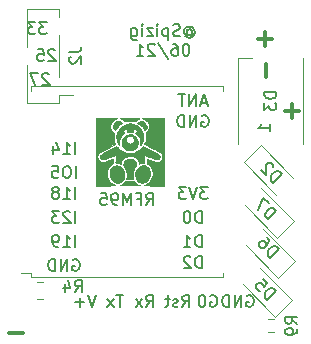
<source format=gbr>
%TF.GenerationSoftware,KiCad,Pcbnew,(5.1.9)-1*%
%TF.CreationDate,2021-06-07T11:13:51+02:00*%
%TF.ProjectId,esp32PicoD4,65737033-3250-4696-936f-44342e6b6963,rev?*%
%TF.SameCoordinates,Original*%
%TF.FileFunction,Legend,Bot*%
%TF.FilePolarity,Positive*%
%FSLAX46Y46*%
G04 Gerber Fmt 4.6, Leading zero omitted, Abs format (unit mm)*
G04 Created by KiCad (PCBNEW (5.1.9)-1) date 2021-06-07 11:13:51*
%MOMM*%
%LPD*%
G01*
G04 APERTURE LIST*
%ADD10C,0.300000*%
%ADD11C,0.150000*%
%ADD12C,0.010000*%
%ADD13C,0.120000*%
G04 APERTURE END LIST*
D10*
X207117142Y-81343428D02*
X207117142Y-80200571D01*
D11*
X200421619Y-77383190D02*
X200469238Y-77335571D01*
X200564476Y-77287952D01*
X200659714Y-77287952D01*
X200754952Y-77335571D01*
X200802571Y-77383190D01*
X200850190Y-77478428D01*
X200850190Y-77573666D01*
X200802571Y-77668904D01*
X200754952Y-77716523D01*
X200659714Y-77764142D01*
X200564476Y-77764142D01*
X200469238Y-77716523D01*
X200421619Y-77668904D01*
X200421619Y-77287952D02*
X200421619Y-77668904D01*
X200374000Y-77716523D01*
X200326380Y-77716523D01*
X200231142Y-77668904D01*
X200183523Y-77573666D01*
X200183523Y-77335571D01*
X200278761Y-77192714D01*
X200421619Y-77097476D01*
X200612095Y-77049857D01*
X200802571Y-77097476D01*
X200945428Y-77192714D01*
X201040666Y-77335571D01*
X201088285Y-77526047D01*
X201040666Y-77716523D01*
X200945428Y-77859380D01*
X200802571Y-77954619D01*
X200612095Y-78002238D01*
X200421619Y-77954619D01*
X200278761Y-77859380D01*
X199802571Y-77811761D02*
X199659714Y-77859380D01*
X199421619Y-77859380D01*
X199326380Y-77811761D01*
X199278761Y-77764142D01*
X199231142Y-77668904D01*
X199231142Y-77573666D01*
X199278761Y-77478428D01*
X199326380Y-77430809D01*
X199421619Y-77383190D01*
X199612095Y-77335571D01*
X199707333Y-77287952D01*
X199754952Y-77240333D01*
X199802571Y-77145095D01*
X199802571Y-77049857D01*
X199754952Y-76954619D01*
X199707333Y-76907000D01*
X199612095Y-76859380D01*
X199374000Y-76859380D01*
X199231142Y-76907000D01*
X198802571Y-77192714D02*
X198802571Y-78192714D01*
X198802571Y-77240333D02*
X198707333Y-77192714D01*
X198516857Y-77192714D01*
X198421619Y-77240333D01*
X198374000Y-77287952D01*
X198326380Y-77383190D01*
X198326380Y-77668904D01*
X198374000Y-77764142D01*
X198421619Y-77811761D01*
X198516857Y-77859380D01*
X198707333Y-77859380D01*
X198802571Y-77811761D01*
X197897809Y-77859380D02*
X197897809Y-77192714D01*
X197897809Y-76859380D02*
X197945428Y-76907000D01*
X197897809Y-76954619D01*
X197850190Y-76907000D01*
X197897809Y-76859380D01*
X197897809Y-76954619D01*
X197516857Y-77192714D02*
X196993047Y-77192714D01*
X197516857Y-77859380D01*
X196993047Y-77859380D01*
X196612095Y-77859380D02*
X196612095Y-77192714D01*
X196612095Y-76859380D02*
X196659714Y-76907000D01*
X196612095Y-76954619D01*
X196564476Y-76907000D01*
X196612095Y-76859380D01*
X196612095Y-76954619D01*
X195707333Y-77192714D02*
X195707333Y-78002238D01*
X195754952Y-78097476D01*
X195802571Y-78145095D01*
X195897809Y-78192714D01*
X196040666Y-78192714D01*
X196135904Y-78145095D01*
X195707333Y-77811761D02*
X195802571Y-77859380D01*
X195993047Y-77859380D01*
X196088285Y-77811761D01*
X196135904Y-77764142D01*
X196183523Y-77668904D01*
X196183523Y-77383190D01*
X196135904Y-77287952D01*
X196088285Y-77240333D01*
X195993047Y-77192714D01*
X195802571Y-77192714D01*
X195707333Y-77240333D01*
X200374000Y-78509380D02*
X200278761Y-78509380D01*
X200183523Y-78557000D01*
X200135904Y-78604619D01*
X200088285Y-78699857D01*
X200040666Y-78890333D01*
X200040666Y-79128428D01*
X200088285Y-79318904D01*
X200135904Y-79414142D01*
X200183523Y-79461761D01*
X200278761Y-79509380D01*
X200374000Y-79509380D01*
X200469238Y-79461761D01*
X200516857Y-79414142D01*
X200564476Y-79318904D01*
X200612095Y-79128428D01*
X200612095Y-78890333D01*
X200564476Y-78699857D01*
X200516857Y-78604619D01*
X200469238Y-78557000D01*
X200374000Y-78509380D01*
X199183523Y-78509380D02*
X199374000Y-78509380D01*
X199469238Y-78557000D01*
X199516857Y-78604619D01*
X199612095Y-78747476D01*
X199659714Y-78937952D01*
X199659714Y-79318904D01*
X199612095Y-79414142D01*
X199564476Y-79461761D01*
X199469238Y-79509380D01*
X199278761Y-79509380D01*
X199183523Y-79461761D01*
X199135904Y-79414142D01*
X199088285Y-79318904D01*
X199088285Y-79080809D01*
X199135904Y-78985571D01*
X199183523Y-78937952D01*
X199278761Y-78890333D01*
X199469238Y-78890333D01*
X199564476Y-78937952D01*
X199612095Y-78985571D01*
X199659714Y-79080809D01*
X197945428Y-78461761D02*
X198802571Y-79747476D01*
X197659714Y-78604619D02*
X197612095Y-78557000D01*
X197516857Y-78509380D01*
X197278761Y-78509380D01*
X197183523Y-78557000D01*
X197135904Y-78604619D01*
X197088285Y-78699857D01*
X197088285Y-78795095D01*
X197135904Y-78937952D01*
X197707333Y-79509380D01*
X197088285Y-79509380D01*
X196135904Y-79509380D02*
X196707333Y-79509380D01*
X196421619Y-79509380D02*
X196421619Y-78509380D01*
X196516857Y-78652238D01*
X196612095Y-78747476D01*
X196707333Y-78795095D01*
X202056857Y-83478666D02*
X201580666Y-83478666D01*
X202152095Y-83764380D02*
X201818761Y-82764380D01*
X201485428Y-83764380D01*
X201152095Y-83764380D02*
X201152095Y-82764380D01*
X200580666Y-83764380D01*
X200580666Y-82764380D01*
X200247333Y-82764380D02*
X199675904Y-82764380D01*
X199961619Y-83764380D02*
X199961619Y-82764380D01*
D10*
X185356571Y-102977142D02*
X186499428Y-102977142D01*
X206438571Y-78085142D02*
X207581428Y-78085142D01*
X207010000Y-78656571D02*
X207010000Y-77513714D01*
X208724571Y-84181142D02*
X209867428Y-84181142D01*
X209296000Y-84752571D02*
X209296000Y-83609714D01*
D11*
X201675904Y-84590000D02*
X201771142Y-84542380D01*
X201914000Y-84542380D01*
X202056857Y-84590000D01*
X202152095Y-84685238D01*
X202199714Y-84780476D01*
X202247333Y-84970952D01*
X202247333Y-85113809D01*
X202199714Y-85304285D01*
X202152095Y-85399523D01*
X202056857Y-85494761D01*
X201914000Y-85542380D01*
X201818761Y-85542380D01*
X201675904Y-85494761D01*
X201628285Y-85447142D01*
X201628285Y-85113809D01*
X201818761Y-85113809D01*
X201199714Y-85542380D02*
X201199714Y-84542380D01*
X200628285Y-85542380D01*
X200628285Y-84542380D01*
X200152095Y-85542380D02*
X200152095Y-84542380D01*
X199914000Y-84542380D01*
X199771142Y-84590000D01*
X199675904Y-84685238D01*
X199628285Y-84780476D01*
X199580666Y-84970952D01*
X199580666Y-85113809D01*
X199628285Y-85304285D01*
X199675904Y-85399523D01*
X199771142Y-85494761D01*
X199914000Y-85542380D01*
X200152095Y-85542380D01*
X201652095Y-97480380D02*
X201652095Y-96480380D01*
X201414000Y-96480380D01*
X201271142Y-96528000D01*
X201175904Y-96623238D01*
X201128285Y-96718476D01*
X201080666Y-96908952D01*
X201080666Y-97051809D01*
X201128285Y-97242285D01*
X201175904Y-97337523D01*
X201271142Y-97432761D01*
X201414000Y-97480380D01*
X201652095Y-97480380D01*
X200699714Y-96575619D02*
X200652095Y-96528000D01*
X200556857Y-96480380D01*
X200318761Y-96480380D01*
X200223523Y-96528000D01*
X200175904Y-96575619D01*
X200128285Y-96670857D01*
X200128285Y-96766095D01*
X200175904Y-96908952D01*
X200747333Y-97480380D01*
X200128285Y-97480380D01*
X201652095Y-95702380D02*
X201652095Y-94702380D01*
X201414000Y-94702380D01*
X201271142Y-94750000D01*
X201175904Y-94845238D01*
X201128285Y-94940476D01*
X201080666Y-95130952D01*
X201080666Y-95273809D01*
X201128285Y-95464285D01*
X201175904Y-95559523D01*
X201271142Y-95654761D01*
X201414000Y-95702380D01*
X201652095Y-95702380D01*
X200128285Y-95702380D02*
X200699714Y-95702380D01*
X200414000Y-95702380D02*
X200414000Y-94702380D01*
X200509238Y-94845238D01*
X200604476Y-94940476D01*
X200699714Y-94988095D01*
X201652095Y-93670380D02*
X201652095Y-92670380D01*
X201414000Y-92670380D01*
X201271142Y-92718000D01*
X201175904Y-92813238D01*
X201128285Y-92908476D01*
X201080666Y-93098952D01*
X201080666Y-93241809D01*
X201128285Y-93432285D01*
X201175904Y-93527523D01*
X201271142Y-93622761D01*
X201414000Y-93670380D01*
X201652095Y-93670380D01*
X200461619Y-92670380D02*
X200366380Y-92670380D01*
X200271142Y-92718000D01*
X200223523Y-92765619D01*
X200175904Y-92860857D01*
X200128285Y-93051333D01*
X200128285Y-93289428D01*
X200175904Y-93479904D01*
X200223523Y-93575142D01*
X200271142Y-93622761D01*
X200366380Y-93670380D01*
X200461619Y-93670380D01*
X200556857Y-93622761D01*
X200604476Y-93575142D01*
X200652095Y-93479904D01*
X200699714Y-93289428D01*
X200699714Y-93051333D01*
X200652095Y-92860857D01*
X200604476Y-92765619D01*
X200556857Y-92718000D01*
X200461619Y-92670380D01*
X202152095Y-90638380D02*
X201533047Y-90638380D01*
X201866380Y-91019333D01*
X201723523Y-91019333D01*
X201628285Y-91066952D01*
X201580666Y-91114571D01*
X201533047Y-91209809D01*
X201533047Y-91447904D01*
X201580666Y-91543142D01*
X201628285Y-91590761D01*
X201723523Y-91638380D01*
X202009238Y-91638380D01*
X202104476Y-91590761D01*
X202152095Y-91543142D01*
X201247333Y-90638380D02*
X200914000Y-91638380D01*
X200580666Y-90638380D01*
X200342571Y-90638380D02*
X199723523Y-90638380D01*
X200056857Y-91019333D01*
X199914000Y-91019333D01*
X199818761Y-91066952D01*
X199771142Y-91114571D01*
X199723523Y-91209809D01*
X199723523Y-91447904D01*
X199771142Y-91543142D01*
X199818761Y-91590761D01*
X199914000Y-91638380D01*
X200199714Y-91638380D01*
X200294952Y-91590761D01*
X200342571Y-91543142D01*
X190753904Y-96782000D02*
X190849142Y-96734380D01*
X190992000Y-96734380D01*
X191134857Y-96782000D01*
X191230095Y-96877238D01*
X191277714Y-96972476D01*
X191325333Y-97162952D01*
X191325333Y-97305809D01*
X191277714Y-97496285D01*
X191230095Y-97591523D01*
X191134857Y-97686761D01*
X190992000Y-97734380D01*
X190896761Y-97734380D01*
X190753904Y-97686761D01*
X190706285Y-97639142D01*
X190706285Y-97305809D01*
X190896761Y-97305809D01*
X190277714Y-97734380D02*
X190277714Y-96734380D01*
X189706285Y-97734380D01*
X189706285Y-96734380D01*
X189230095Y-97734380D02*
X189230095Y-96734380D01*
X188992000Y-96734380D01*
X188849142Y-96782000D01*
X188753904Y-96877238D01*
X188706285Y-96972476D01*
X188658666Y-97162952D01*
X188658666Y-97305809D01*
X188706285Y-97496285D01*
X188753904Y-97591523D01*
X188849142Y-97686761D01*
X188992000Y-97734380D01*
X189230095Y-97734380D01*
X190944380Y-95702380D02*
X190944380Y-94702380D01*
X189944380Y-95702380D02*
X190515809Y-95702380D01*
X190230095Y-95702380D02*
X190230095Y-94702380D01*
X190325333Y-94845238D01*
X190420571Y-94940476D01*
X190515809Y-94988095D01*
X189468190Y-95702380D02*
X189277714Y-95702380D01*
X189182476Y-95654761D01*
X189134857Y-95607142D01*
X189039619Y-95464285D01*
X188992000Y-95273809D01*
X188992000Y-94892857D01*
X189039619Y-94797619D01*
X189087238Y-94750000D01*
X189182476Y-94702380D01*
X189372952Y-94702380D01*
X189468190Y-94750000D01*
X189515809Y-94797619D01*
X189563428Y-94892857D01*
X189563428Y-95130952D01*
X189515809Y-95226190D01*
X189468190Y-95273809D01*
X189372952Y-95321428D01*
X189182476Y-95321428D01*
X189087238Y-95273809D01*
X189039619Y-95226190D01*
X188992000Y-95130952D01*
X190944380Y-93670380D02*
X190944380Y-92670380D01*
X190515809Y-92765619D02*
X190468190Y-92718000D01*
X190372952Y-92670380D01*
X190134857Y-92670380D01*
X190039619Y-92718000D01*
X189992000Y-92765619D01*
X189944380Y-92860857D01*
X189944380Y-92956095D01*
X189992000Y-93098952D01*
X190563428Y-93670380D01*
X189944380Y-93670380D01*
X189611047Y-92670380D02*
X188992000Y-92670380D01*
X189325333Y-93051333D01*
X189182476Y-93051333D01*
X189087238Y-93098952D01*
X189039619Y-93146571D01*
X188992000Y-93241809D01*
X188992000Y-93479904D01*
X189039619Y-93575142D01*
X189087238Y-93622761D01*
X189182476Y-93670380D01*
X189468190Y-93670380D01*
X189563428Y-93622761D01*
X189611047Y-93575142D01*
X190944380Y-91638380D02*
X190944380Y-90638380D01*
X189944380Y-91638380D02*
X190515809Y-91638380D01*
X190230095Y-91638380D02*
X190230095Y-90638380D01*
X190325333Y-90781238D01*
X190420571Y-90876476D01*
X190515809Y-90924095D01*
X189372952Y-91066952D02*
X189468190Y-91019333D01*
X189515809Y-90971714D01*
X189563428Y-90876476D01*
X189563428Y-90828857D01*
X189515809Y-90733619D01*
X189468190Y-90686000D01*
X189372952Y-90638380D01*
X189182476Y-90638380D01*
X189087238Y-90686000D01*
X189039619Y-90733619D01*
X188992000Y-90828857D01*
X188992000Y-90876476D01*
X189039619Y-90971714D01*
X189087238Y-91019333D01*
X189182476Y-91066952D01*
X189372952Y-91066952D01*
X189468190Y-91114571D01*
X189515809Y-91162190D01*
X189563428Y-91257428D01*
X189563428Y-91447904D01*
X189515809Y-91543142D01*
X189468190Y-91590761D01*
X189372952Y-91638380D01*
X189182476Y-91638380D01*
X189087238Y-91590761D01*
X189039619Y-91543142D01*
X188992000Y-91447904D01*
X188992000Y-91257428D01*
X189039619Y-91162190D01*
X189087238Y-91114571D01*
X189182476Y-91066952D01*
X190992000Y-89860380D02*
X190992000Y-88860380D01*
X190325333Y-88860380D02*
X190134857Y-88860380D01*
X190039619Y-88908000D01*
X189944380Y-89003238D01*
X189896761Y-89193714D01*
X189896761Y-89527047D01*
X189944380Y-89717523D01*
X190039619Y-89812761D01*
X190134857Y-89860380D01*
X190325333Y-89860380D01*
X190420571Y-89812761D01*
X190515809Y-89717523D01*
X190563428Y-89527047D01*
X190563428Y-89193714D01*
X190515809Y-89003238D01*
X190420571Y-88908000D01*
X190325333Y-88860380D01*
X188992000Y-88860380D02*
X189468190Y-88860380D01*
X189515809Y-89336571D01*
X189468190Y-89288952D01*
X189372952Y-89241333D01*
X189134857Y-89241333D01*
X189039619Y-89288952D01*
X188992000Y-89336571D01*
X188944380Y-89431809D01*
X188944380Y-89669904D01*
X188992000Y-89765142D01*
X189039619Y-89812761D01*
X189134857Y-89860380D01*
X189372952Y-89860380D01*
X189468190Y-89812761D01*
X189515809Y-89765142D01*
X190944380Y-87828380D02*
X190944380Y-86828380D01*
X189944380Y-87828380D02*
X190515809Y-87828380D01*
X190230095Y-87828380D02*
X190230095Y-86828380D01*
X190325333Y-86971238D01*
X190420571Y-87066476D01*
X190515809Y-87114095D01*
X189087238Y-87161714D02*
X189087238Y-87828380D01*
X189325333Y-86780761D02*
X189563428Y-87495047D01*
X188944380Y-87495047D01*
X188721904Y-81081619D02*
X188674285Y-81034000D01*
X188579047Y-80986380D01*
X188340952Y-80986380D01*
X188245714Y-81034000D01*
X188198095Y-81081619D01*
X188150476Y-81176857D01*
X188150476Y-81272095D01*
X188198095Y-81414952D01*
X188769523Y-81986380D01*
X188150476Y-81986380D01*
X187817142Y-80986380D02*
X187150476Y-80986380D01*
X187579047Y-81986380D01*
X189229904Y-79049619D02*
X189182285Y-79002000D01*
X189087047Y-78954380D01*
X188848952Y-78954380D01*
X188753714Y-79002000D01*
X188706095Y-79049619D01*
X188658476Y-79144857D01*
X188658476Y-79240095D01*
X188706095Y-79382952D01*
X189277523Y-79954380D01*
X188658476Y-79954380D01*
X187753714Y-78954380D02*
X188229904Y-78954380D01*
X188277523Y-79430571D01*
X188229904Y-79382952D01*
X188134666Y-79335333D01*
X187896571Y-79335333D01*
X187801333Y-79382952D01*
X187753714Y-79430571D01*
X187706095Y-79525809D01*
X187706095Y-79763904D01*
X187753714Y-79859142D01*
X187801333Y-79906761D01*
X187896571Y-79954380D01*
X188134666Y-79954380D01*
X188229904Y-79906761D01*
X188277523Y-79859142D01*
X188515523Y-76668380D02*
X187896476Y-76668380D01*
X188229809Y-77049333D01*
X188086952Y-77049333D01*
X187991714Y-77096952D01*
X187944095Y-77144571D01*
X187896476Y-77239809D01*
X187896476Y-77477904D01*
X187944095Y-77573142D01*
X187991714Y-77620761D01*
X188086952Y-77668380D01*
X188372666Y-77668380D01*
X188467904Y-77620761D01*
X188515523Y-77573142D01*
X187563142Y-76668380D02*
X186944095Y-76668380D01*
X187277428Y-77049333D01*
X187134571Y-77049333D01*
X187039333Y-77096952D01*
X186991714Y-77144571D01*
X186944095Y-77239809D01*
X186944095Y-77477904D01*
X186991714Y-77573142D01*
X187039333Y-77620761D01*
X187134571Y-77668380D01*
X187420285Y-77668380D01*
X187515523Y-77620761D01*
X187563142Y-77573142D01*
X205485904Y-99830000D02*
X205581142Y-99782380D01*
X205724000Y-99782380D01*
X205866857Y-99830000D01*
X205962095Y-99925238D01*
X206009714Y-100020476D01*
X206057333Y-100210952D01*
X206057333Y-100353809D01*
X206009714Y-100544285D01*
X205962095Y-100639523D01*
X205866857Y-100734761D01*
X205724000Y-100782380D01*
X205628761Y-100782380D01*
X205485904Y-100734761D01*
X205438285Y-100687142D01*
X205438285Y-100353809D01*
X205628761Y-100353809D01*
X205009714Y-100782380D02*
X205009714Y-99782380D01*
X204438285Y-100782380D01*
X204438285Y-99782380D01*
X203962095Y-100782380D02*
X203962095Y-99782380D01*
X203724000Y-99782380D01*
X203581142Y-99830000D01*
X203485904Y-99925238D01*
X203438285Y-100020476D01*
X203390666Y-100210952D01*
X203390666Y-100353809D01*
X203438285Y-100544285D01*
X203485904Y-100639523D01*
X203581142Y-100734761D01*
X203724000Y-100782380D01*
X203962095Y-100782380D01*
X202398285Y-99830000D02*
X202493523Y-99782380D01*
X202636380Y-99782380D01*
X202779238Y-99830000D01*
X202874476Y-99925238D01*
X202922095Y-100020476D01*
X202969714Y-100210952D01*
X202969714Y-100353809D01*
X202922095Y-100544285D01*
X202874476Y-100639523D01*
X202779238Y-100734761D01*
X202636380Y-100782380D01*
X202541142Y-100782380D01*
X202398285Y-100734761D01*
X202350666Y-100687142D01*
X202350666Y-100353809D01*
X202541142Y-100353809D01*
X201731619Y-99782380D02*
X201636380Y-99782380D01*
X201541142Y-99830000D01*
X201493523Y-99877619D01*
X201445904Y-99972857D01*
X201398285Y-100163333D01*
X201398285Y-100401428D01*
X201445904Y-100591904D01*
X201493523Y-100687142D01*
X201541142Y-100734761D01*
X201636380Y-100782380D01*
X201731619Y-100782380D01*
X201826857Y-100734761D01*
X201874476Y-100687142D01*
X201922095Y-100591904D01*
X201969714Y-100401428D01*
X201969714Y-100163333D01*
X201922095Y-99972857D01*
X201874476Y-99877619D01*
X201826857Y-99830000D01*
X201731619Y-99782380D01*
X200024952Y-100782380D02*
X200358285Y-100306190D01*
X200596380Y-100782380D02*
X200596380Y-99782380D01*
X200215428Y-99782380D01*
X200120190Y-99830000D01*
X200072571Y-99877619D01*
X200024952Y-99972857D01*
X200024952Y-100115714D01*
X200072571Y-100210952D01*
X200120190Y-100258571D01*
X200215428Y-100306190D01*
X200596380Y-100306190D01*
X199644000Y-100734761D02*
X199548761Y-100782380D01*
X199358285Y-100782380D01*
X199263047Y-100734761D01*
X199215428Y-100639523D01*
X199215428Y-100591904D01*
X199263047Y-100496666D01*
X199358285Y-100449047D01*
X199501142Y-100449047D01*
X199596380Y-100401428D01*
X199644000Y-100306190D01*
X199644000Y-100258571D01*
X199596380Y-100163333D01*
X199501142Y-100115714D01*
X199358285Y-100115714D01*
X199263047Y-100163333D01*
X198929714Y-100115714D02*
X198548761Y-100115714D01*
X198786857Y-99782380D02*
X198786857Y-100639523D01*
X198739238Y-100734761D01*
X198644000Y-100782380D01*
X198548761Y-100782380D01*
X196945238Y-100782380D02*
X197278571Y-100306190D01*
X197516666Y-100782380D02*
X197516666Y-99782380D01*
X197135714Y-99782380D01*
X197040476Y-99830000D01*
X196992857Y-99877619D01*
X196945238Y-99972857D01*
X196945238Y-100115714D01*
X196992857Y-100210952D01*
X197040476Y-100258571D01*
X197135714Y-100306190D01*
X197516666Y-100306190D01*
X196611904Y-100782380D02*
X196088095Y-100115714D01*
X196611904Y-100115714D02*
X196088095Y-100782380D01*
X195000476Y-99782380D02*
X194429047Y-99782380D01*
X194714761Y-100782380D02*
X194714761Y-99782380D01*
X194190952Y-100782380D02*
X193667142Y-100115714D01*
X194190952Y-100115714D02*
X193667142Y-100782380D01*
X192722380Y-99782380D02*
X192389047Y-100782380D01*
X192055714Y-99782380D01*
X191722380Y-100401428D02*
X190960476Y-100401428D01*
X191341428Y-100782380D02*
X191341428Y-100020476D01*
D12*
%TO.C,G\u002A\u002A\u002A*%
G36*
X195567300Y-84788498D02*
G01*
X195363799Y-84789268D01*
X195180202Y-84790986D01*
X195021720Y-84793522D01*
X194893566Y-84796746D01*
X194800951Y-84800531D01*
X194749085Y-84804746D01*
X194741965Y-84808932D01*
X194897065Y-84876770D01*
X195031296Y-84974991D01*
X195061851Y-85005779D01*
X195114079Y-85057792D01*
X195152799Y-85076943D01*
X195195898Y-85070309D01*
X195211123Y-85064819D01*
X195324214Y-85037008D01*
X195468649Y-85023033D01*
X195626977Y-85022601D01*
X195781747Y-85035422D01*
X195915508Y-85061203D01*
X195965460Y-85077443D01*
X196011469Y-85071948D01*
X196050638Y-85028939D01*
X196119722Y-84955785D01*
X196224004Y-84884860D01*
X196348477Y-84826144D01*
X196364410Y-84820266D01*
X196382917Y-84811505D01*
X196381682Y-84804431D01*
X196356659Y-84798883D01*
X196303806Y-84794700D01*
X196219075Y-84791721D01*
X196098424Y-84789785D01*
X195937808Y-84788731D01*
X195733181Y-84788396D01*
X195567300Y-84788498D01*
G37*
X195567300Y-84788498D02*
X195363799Y-84789268D01*
X195180202Y-84790986D01*
X195021720Y-84793522D01*
X194893566Y-84796746D01*
X194800951Y-84800531D01*
X194749085Y-84804746D01*
X194741965Y-84808932D01*
X194897065Y-84876770D01*
X195031296Y-84974991D01*
X195061851Y-85005779D01*
X195114079Y-85057792D01*
X195152799Y-85076943D01*
X195195898Y-85070309D01*
X195211123Y-85064819D01*
X195324214Y-85037008D01*
X195468649Y-85023033D01*
X195626977Y-85022601D01*
X195781747Y-85035422D01*
X195915508Y-85061203D01*
X195965460Y-85077443D01*
X196011469Y-85071948D01*
X196050638Y-85028939D01*
X196119722Y-84955785D01*
X196224004Y-84884860D01*
X196348477Y-84826144D01*
X196364410Y-84820266D01*
X196382917Y-84811505D01*
X196381682Y-84804431D01*
X196356659Y-84798883D01*
X196303806Y-84794700D01*
X196219075Y-84791721D01*
X196098424Y-84789785D01*
X195937808Y-84788731D01*
X195733181Y-84788396D01*
X195567300Y-84788498D01*
G36*
X194486196Y-85044434D02*
G01*
X194457743Y-85059806D01*
X194340288Y-85150323D01*
X194241793Y-85259985D01*
X194170535Y-85376981D01*
X194134792Y-85489501D01*
X194132200Y-85524336D01*
X194149097Y-85592542D01*
X194190969Y-85672551D01*
X194244587Y-85742681D01*
X194286107Y-85776606D01*
X194319921Y-85786044D01*
X194348311Y-85765337D01*
X194383000Y-85705872D01*
X194383390Y-85705108D01*
X194451468Y-85598714D01*
X194548655Y-85481063D01*
X194660774Y-85367490D01*
X194773650Y-85273331D01*
X194798947Y-85255548D01*
X194923438Y-85171711D01*
X194833570Y-85103166D01*
X194716552Y-85038869D01*
X194597604Y-85018927D01*
X194486196Y-85044434D01*
G37*
X194486196Y-85044434D02*
X194457743Y-85059806D01*
X194340288Y-85150323D01*
X194241793Y-85259985D01*
X194170535Y-85376981D01*
X194134792Y-85489501D01*
X194132200Y-85524336D01*
X194149097Y-85592542D01*
X194190969Y-85672551D01*
X194244587Y-85742681D01*
X194286107Y-85776606D01*
X194319921Y-85786044D01*
X194348311Y-85765337D01*
X194383000Y-85705872D01*
X194383390Y-85705108D01*
X194451468Y-85598714D01*
X194548655Y-85481063D01*
X194660774Y-85367490D01*
X194773650Y-85273331D01*
X194798947Y-85255548D01*
X194923438Y-85171711D01*
X194833570Y-85103166D01*
X194716552Y-85038869D01*
X194597604Y-85018927D01*
X194486196Y-85044434D01*
G36*
X196450877Y-85028722D02*
G01*
X196331137Y-85081947D01*
X196301031Y-85103166D01*
X196211163Y-85171711D01*
X196335654Y-85255548D01*
X196446313Y-85342591D01*
X196559656Y-85452633D01*
X196661530Y-85570373D01*
X196737784Y-85680509D01*
X196750963Y-85704623D01*
X196784295Y-85763863D01*
X196809496Y-85797952D01*
X196814926Y-85801200D01*
X196839735Y-85784321D01*
X196884483Y-85741959D01*
X196903570Y-85722035D01*
X196954691Y-85656545D01*
X196989111Y-85592989D01*
X196993292Y-85580034D01*
X196994379Y-85480159D01*
X196956744Y-85367507D01*
X196886771Y-85252664D01*
X196790848Y-85146213D01*
X196680754Y-85062037D01*
X196570083Y-85021796D01*
X196450877Y-85028722D01*
G37*
X196450877Y-85028722D02*
X196331137Y-85081947D01*
X196301031Y-85103166D01*
X196211163Y-85171711D01*
X196335654Y-85255548D01*
X196446313Y-85342591D01*
X196559656Y-85452633D01*
X196661530Y-85570373D01*
X196737784Y-85680509D01*
X196750963Y-85704623D01*
X196784295Y-85763863D01*
X196809496Y-85797952D01*
X196814926Y-85801200D01*
X196839735Y-85784321D01*
X196884483Y-85741959D01*
X196903570Y-85722035D01*
X196954691Y-85656545D01*
X196989111Y-85592989D01*
X196993292Y-85580034D01*
X196994379Y-85480159D01*
X196956744Y-85367507D01*
X196886771Y-85252664D01*
X196790848Y-85146213D01*
X196680754Y-85062037D01*
X196570083Y-85021796D01*
X196450877Y-85028722D01*
G36*
X195396743Y-85257015D02*
G01*
X195345826Y-85266304D01*
X195121457Y-85336889D01*
X194923319Y-85446539D01*
X194754297Y-85589485D01*
X194617274Y-85759959D01*
X194515134Y-85952192D01*
X194450761Y-86160413D01*
X194427040Y-86378854D01*
X194446854Y-86601746D01*
X194513088Y-86823320D01*
X194538692Y-86880891D01*
X194592460Y-86988837D01*
X194630569Y-87050322D01*
X194655624Y-87064473D01*
X194670230Y-87030417D01*
X194676992Y-86947283D01*
X194678522Y-86834042D01*
X194680255Y-86708574D01*
X194686756Y-86619458D01*
X194700365Y-86552305D01*
X194723420Y-86492727D01*
X194739052Y-86461600D01*
X194835406Y-86305140D01*
X194940362Y-86181038D01*
X195032874Y-86106634D01*
X195118813Y-86053521D01*
X195057307Y-85992015D01*
X195014693Y-85934500D01*
X194995850Y-85879582D01*
X194995800Y-85877400D01*
X195015632Y-85818625D01*
X195063797Y-85757811D01*
X195123302Y-85712626D01*
X195166794Y-85699600D01*
X195246988Y-85722307D01*
X195304650Y-85781172D01*
X195326000Y-85859790D01*
X195326000Y-85940900D01*
X195808600Y-85940900D01*
X195808600Y-85859790D01*
X195831169Y-85779101D01*
X195889672Y-85721082D01*
X195967807Y-85699600D01*
X196024331Y-85720220D01*
X196082818Y-85770302D01*
X196126272Y-85832176D01*
X196138800Y-85877400D01*
X196121543Y-85931453D01*
X196079764Y-85989502D01*
X196077294Y-85992015D01*
X196015788Y-86053521D01*
X196101727Y-86106634D01*
X196207673Y-86194572D01*
X196311983Y-86323284D01*
X196395549Y-86461600D01*
X196424014Y-86522397D01*
X196441978Y-86583589D01*
X196451746Y-86659443D01*
X196455624Y-86764227D01*
X196456079Y-86836221D01*
X196456715Y-86944285D01*
X196458256Y-87030442D01*
X196460450Y-87084068D01*
X196462290Y-87096571D01*
X196478478Y-87077504D01*
X196512608Y-87029183D01*
X196532417Y-86999682D01*
X196624912Y-86817742D01*
X196683177Y-86610882D01*
X196705538Y-86393182D01*
X196690319Y-86178718D01*
X196649315Y-86017100D01*
X196549981Y-85807160D01*
X196413363Y-85624814D01*
X196245909Y-85473777D01*
X196054071Y-85357763D01*
X195844297Y-85280488D01*
X195623038Y-85245667D01*
X195396743Y-85257015D01*
G37*
X195396743Y-85257015D02*
X195345826Y-85266304D01*
X195121457Y-85336889D01*
X194923319Y-85446539D01*
X194754297Y-85589485D01*
X194617274Y-85759959D01*
X194515134Y-85952192D01*
X194450761Y-86160413D01*
X194427040Y-86378854D01*
X194446854Y-86601746D01*
X194513088Y-86823320D01*
X194538692Y-86880891D01*
X194592460Y-86988837D01*
X194630569Y-87050322D01*
X194655624Y-87064473D01*
X194670230Y-87030417D01*
X194676992Y-86947283D01*
X194678522Y-86834042D01*
X194680255Y-86708574D01*
X194686756Y-86619458D01*
X194700365Y-86552305D01*
X194723420Y-86492727D01*
X194739052Y-86461600D01*
X194835406Y-86305140D01*
X194940362Y-86181038D01*
X195032874Y-86106634D01*
X195118813Y-86053521D01*
X195057307Y-85992015D01*
X195014693Y-85934500D01*
X194995850Y-85879582D01*
X194995800Y-85877400D01*
X195015632Y-85818625D01*
X195063797Y-85757811D01*
X195123302Y-85712626D01*
X195166794Y-85699600D01*
X195246988Y-85722307D01*
X195304650Y-85781172D01*
X195326000Y-85859790D01*
X195326000Y-85940900D01*
X195808600Y-85940900D01*
X195808600Y-85859790D01*
X195831169Y-85779101D01*
X195889672Y-85721082D01*
X195967807Y-85699600D01*
X196024331Y-85720220D01*
X196082818Y-85770302D01*
X196126272Y-85832176D01*
X196138800Y-85877400D01*
X196121543Y-85931453D01*
X196079764Y-85989502D01*
X196077294Y-85992015D01*
X196015788Y-86053521D01*
X196101727Y-86106634D01*
X196207673Y-86194572D01*
X196311983Y-86323284D01*
X196395549Y-86461600D01*
X196424014Y-86522397D01*
X196441978Y-86583589D01*
X196451746Y-86659443D01*
X196455624Y-86764227D01*
X196456079Y-86836221D01*
X196456715Y-86944285D01*
X196458256Y-87030442D01*
X196460450Y-87084068D01*
X196462290Y-87096571D01*
X196478478Y-87077504D01*
X196512608Y-87029183D01*
X196532417Y-86999682D01*
X196624912Y-86817742D01*
X196683177Y-86610882D01*
X196705538Y-86393182D01*
X196690319Y-86178718D01*
X196649315Y-86017100D01*
X196549981Y-85807160D01*
X196413363Y-85624814D01*
X196245909Y-85473777D01*
X196054071Y-85357763D01*
X195844297Y-85280488D01*
X195623038Y-85245667D01*
X195396743Y-85257015D01*
G36*
X195406107Y-86181177D02*
G01*
X195277172Y-86217445D01*
X195165912Y-86284995D01*
X195081089Y-86364124D01*
X194977478Y-86506739D01*
X194910980Y-86669014D01*
X194883954Y-86839381D01*
X194898761Y-87006274D01*
X194930236Y-87103515D01*
X195000408Y-87222251D01*
X195100653Y-87337327D01*
X195213426Y-87429936D01*
X195260768Y-87457845D01*
X195353941Y-87490593D01*
X195473266Y-87512691D01*
X195598214Y-87522144D01*
X195708256Y-87516955D01*
X195757965Y-87506188D01*
X195918225Y-87429363D01*
X196059002Y-87315139D01*
X196167995Y-87174612D01*
X196204365Y-87103515D01*
X196246467Y-86944649D01*
X196245264Y-86775092D01*
X196203116Y-86606411D01*
X196191274Y-86583493D01*
X195905922Y-86583493D01*
X195905853Y-86644905D01*
X195884017Y-86721121D01*
X195820596Y-86831878D01*
X195723899Y-86907656D01*
X195602306Y-86942551D01*
X195567300Y-86944200D01*
X195439891Y-86920376D01*
X195374207Y-86886221D01*
X195289848Y-86800322D01*
X195250584Y-86721121D01*
X195228679Y-86644506D01*
X195228748Y-86583094D01*
X195250584Y-86506878D01*
X195310763Y-86399937D01*
X195397866Y-86327502D01*
X195501536Y-86289571D01*
X195611413Y-86286146D01*
X195717140Y-86317225D01*
X195808357Y-86382810D01*
X195874706Y-86482899D01*
X195884017Y-86506878D01*
X195905922Y-86583493D01*
X196191274Y-86583493D01*
X196122383Y-86450173D01*
X196053512Y-86364124D01*
X195945907Y-86267811D01*
X195832125Y-86207362D01*
X195697583Y-86176965D01*
X195567300Y-86170379D01*
X195406107Y-86181177D01*
G37*
X195406107Y-86181177D02*
X195277172Y-86217445D01*
X195165912Y-86284995D01*
X195081089Y-86364124D01*
X194977478Y-86506739D01*
X194910980Y-86669014D01*
X194883954Y-86839381D01*
X194898761Y-87006274D01*
X194930236Y-87103515D01*
X195000408Y-87222251D01*
X195100653Y-87337327D01*
X195213426Y-87429936D01*
X195260768Y-87457845D01*
X195353941Y-87490593D01*
X195473266Y-87512691D01*
X195598214Y-87522144D01*
X195708256Y-87516955D01*
X195757965Y-87506188D01*
X195918225Y-87429363D01*
X196059002Y-87315139D01*
X196167995Y-87174612D01*
X196204365Y-87103515D01*
X196246467Y-86944649D01*
X196245264Y-86775092D01*
X196203116Y-86606411D01*
X196191274Y-86583493D01*
X195905922Y-86583493D01*
X195905853Y-86644905D01*
X195884017Y-86721121D01*
X195820596Y-86831878D01*
X195723899Y-86907656D01*
X195602306Y-86942551D01*
X195567300Y-86944200D01*
X195439891Y-86920376D01*
X195374207Y-86886221D01*
X195289848Y-86800322D01*
X195250584Y-86721121D01*
X195228679Y-86644506D01*
X195228748Y-86583094D01*
X195250584Y-86506878D01*
X195310763Y-86399937D01*
X195397866Y-86327502D01*
X195501536Y-86289571D01*
X195611413Y-86286146D01*
X195717140Y-86317225D01*
X195808357Y-86382810D01*
X195874706Y-86482899D01*
X195884017Y-86506878D01*
X195905922Y-86583493D01*
X196191274Y-86583493D01*
X196122383Y-86450173D01*
X196053512Y-86364124D01*
X195945907Y-86267811D01*
X195832125Y-86207362D01*
X195697583Y-86176965D01*
X195567300Y-86170379D01*
X195406107Y-86181177D01*
G36*
X196529432Y-87343935D02*
G01*
X196372948Y-87483246D01*
X196218449Y-87585542D01*
X196048551Y-87660769D01*
X195895330Y-87706755D01*
X195704094Y-87745075D01*
X195531008Y-87753648D01*
X195353044Y-87732473D01*
X195239271Y-87706755D01*
X195044915Y-87645425D01*
X194879552Y-87564589D01*
X194725729Y-87454271D01*
X194605823Y-87344589D01*
X194530616Y-87271061D01*
X194470156Y-87213252D01*
X194432624Y-87178913D01*
X194424522Y-87172800D01*
X194401070Y-87184161D01*
X194338588Y-87216204D01*
X194242954Y-87265865D01*
X194120046Y-87330080D01*
X193975745Y-87405786D01*
X193815927Y-87489919D01*
X193811200Y-87492412D01*
X193598366Y-87605816D01*
X193427180Y-87700267D01*
X193293553Y-87778921D01*
X193193399Y-87844933D01*
X193122627Y-87901460D01*
X193077150Y-87951656D01*
X193052880Y-87998679D01*
X193045728Y-88045684D01*
X193048820Y-88080906D01*
X193075314Y-88161230D01*
X193118864Y-88229728D01*
X193119622Y-88230542D01*
X193161672Y-88265561D01*
X193212256Y-88285066D01*
X193277591Y-88287996D01*
X193363895Y-88273291D01*
X193477384Y-88239891D01*
X193624274Y-88186735D01*
X193810784Y-88112763D01*
X193811186Y-88112600D01*
X193953259Y-88056002D01*
X194082176Y-88006844D01*
X194189400Y-87968208D01*
X194266393Y-87943174D01*
X194303723Y-87934800D01*
X194349298Y-87943746D01*
X194378172Y-87975016D01*
X194391724Y-88035260D01*
X194391331Y-88131125D01*
X194378372Y-88269259D01*
X194376436Y-88285670D01*
X194364598Y-88394876D01*
X194357237Y-88483972D01*
X194355136Y-88541814D01*
X194357297Y-88557829D01*
X194387890Y-88565251D01*
X194450131Y-88569449D01*
X194476140Y-88569800D01*
X194574039Y-88579121D01*
X194673520Y-88601958D01*
X194685354Y-88605907D01*
X194787694Y-88642015D01*
X194803157Y-88559592D01*
X194847447Y-88437245D01*
X194929351Y-88311619D01*
X195038078Y-88194855D01*
X195162838Y-88099089D01*
X195255997Y-88050180D01*
X195437511Y-87999775D01*
X195622422Y-87994222D01*
X195802660Y-88029988D01*
X195970152Y-88103543D01*
X196116829Y-88211354D01*
X196234620Y-88349890D01*
X196314722Y-88513450D01*
X196356611Y-88637188D01*
X196444556Y-88605426D01*
X196523639Y-88586085D01*
X196622360Y-88573753D01*
X196666151Y-88571732D01*
X196799801Y-88569800D01*
X196786087Y-88474550D01*
X196761360Y-88295803D01*
X196745896Y-88161037D01*
X196740199Y-88064192D01*
X196744771Y-87999211D01*
X196760115Y-87960033D01*
X196786733Y-87940602D01*
X196825129Y-87934857D01*
X196830878Y-87934800D01*
X196871324Y-87944090D01*
X196950096Y-87969905D01*
X197058656Y-88009164D01*
X197188466Y-88058783D01*
X197323415Y-88112600D01*
X197510007Y-88186612D01*
X197656968Y-88239807D01*
X197770515Y-88273245D01*
X197856865Y-88287985D01*
X197922235Y-88285088D01*
X197972842Y-88265614D01*
X198014902Y-88230624D01*
X198014979Y-88230542D01*
X198058658Y-88162559D01*
X198085580Y-88082120D01*
X198085781Y-88080906D01*
X198088421Y-88031972D01*
X198077012Y-87985396D01*
X198047465Y-87938044D01*
X197995691Y-87886785D01*
X197917602Y-87828484D01*
X197809109Y-87760010D01*
X197666124Y-87678228D01*
X197484556Y-87580007D01*
X197316832Y-87491696D01*
X196704164Y-87171491D01*
X196529432Y-87343935D01*
G37*
X196529432Y-87343935D02*
X196372948Y-87483246D01*
X196218449Y-87585542D01*
X196048551Y-87660769D01*
X195895330Y-87706755D01*
X195704094Y-87745075D01*
X195531008Y-87753648D01*
X195353044Y-87732473D01*
X195239271Y-87706755D01*
X195044915Y-87645425D01*
X194879552Y-87564589D01*
X194725729Y-87454271D01*
X194605823Y-87344589D01*
X194530616Y-87271061D01*
X194470156Y-87213252D01*
X194432624Y-87178913D01*
X194424522Y-87172800D01*
X194401070Y-87184161D01*
X194338588Y-87216204D01*
X194242954Y-87265865D01*
X194120046Y-87330080D01*
X193975745Y-87405786D01*
X193815927Y-87489919D01*
X193811200Y-87492412D01*
X193598366Y-87605816D01*
X193427180Y-87700267D01*
X193293553Y-87778921D01*
X193193399Y-87844933D01*
X193122627Y-87901460D01*
X193077150Y-87951656D01*
X193052880Y-87998679D01*
X193045728Y-88045684D01*
X193048820Y-88080906D01*
X193075314Y-88161230D01*
X193118864Y-88229728D01*
X193119622Y-88230542D01*
X193161672Y-88265561D01*
X193212256Y-88285066D01*
X193277591Y-88287996D01*
X193363895Y-88273291D01*
X193477384Y-88239891D01*
X193624274Y-88186735D01*
X193810784Y-88112763D01*
X193811186Y-88112600D01*
X193953259Y-88056002D01*
X194082176Y-88006844D01*
X194189400Y-87968208D01*
X194266393Y-87943174D01*
X194303723Y-87934800D01*
X194349298Y-87943746D01*
X194378172Y-87975016D01*
X194391724Y-88035260D01*
X194391331Y-88131125D01*
X194378372Y-88269259D01*
X194376436Y-88285670D01*
X194364598Y-88394876D01*
X194357237Y-88483972D01*
X194355136Y-88541814D01*
X194357297Y-88557829D01*
X194387890Y-88565251D01*
X194450131Y-88569449D01*
X194476140Y-88569800D01*
X194574039Y-88579121D01*
X194673520Y-88601958D01*
X194685354Y-88605907D01*
X194787694Y-88642015D01*
X194803157Y-88559592D01*
X194847447Y-88437245D01*
X194929351Y-88311619D01*
X195038078Y-88194855D01*
X195162838Y-88099089D01*
X195255997Y-88050180D01*
X195437511Y-87999775D01*
X195622422Y-87994222D01*
X195802660Y-88029988D01*
X195970152Y-88103543D01*
X196116829Y-88211354D01*
X196234620Y-88349890D01*
X196314722Y-88513450D01*
X196356611Y-88637188D01*
X196444556Y-88605426D01*
X196523639Y-88586085D01*
X196622360Y-88573753D01*
X196666151Y-88571732D01*
X196799801Y-88569800D01*
X196786087Y-88474550D01*
X196761360Y-88295803D01*
X196745896Y-88161037D01*
X196740199Y-88064192D01*
X196744771Y-87999211D01*
X196760115Y-87960033D01*
X196786733Y-87940602D01*
X196825129Y-87934857D01*
X196830878Y-87934800D01*
X196871324Y-87944090D01*
X196950096Y-87969905D01*
X197058656Y-88009164D01*
X197188466Y-88058783D01*
X197323415Y-88112600D01*
X197510007Y-88186612D01*
X197656968Y-88239807D01*
X197770515Y-88273245D01*
X197856865Y-88287985D01*
X197922235Y-88285088D01*
X197972842Y-88265614D01*
X198014902Y-88230624D01*
X198014979Y-88230542D01*
X198058658Y-88162559D01*
X198085580Y-88082120D01*
X198085781Y-88080906D01*
X198088421Y-88031972D01*
X198077012Y-87985396D01*
X198047465Y-87938044D01*
X197995691Y-87886785D01*
X197917602Y-87828484D01*
X197809109Y-87760010D01*
X197666124Y-87678228D01*
X197484556Y-87580007D01*
X197316832Y-87491696D01*
X196704164Y-87171491D01*
X196529432Y-87343935D01*
G36*
X195485957Y-88225731D02*
G01*
X195344486Y-88263797D01*
X195215582Y-88337859D01*
X195107315Y-88447916D01*
X195035188Y-88575334D01*
X195003210Y-88672314D01*
X195003708Y-88749518D01*
X195039688Y-88825945D01*
X195084150Y-88884968D01*
X195200357Y-89056318D01*
X195275843Y-89241259D01*
X195314832Y-89451286D01*
X195320371Y-89527261D01*
X195322835Y-89656426D01*
X195317391Y-89764903D01*
X195304802Y-89838428D01*
X195303455Y-89842529D01*
X195286027Y-89898837D01*
X195280919Y-89928940D01*
X195281436Y-89929971D01*
X195312090Y-89936635D01*
X195379458Y-89942760D01*
X195469458Y-89947776D01*
X195568004Y-89951111D01*
X195661012Y-89952193D01*
X195734397Y-89950452D01*
X195752680Y-89949086D01*
X195819844Y-89939958D01*
X195847281Y-89924917D01*
X195846009Y-89895737D01*
X195841580Y-89882729D01*
X195833170Y-89834642D01*
X195826683Y-89749381D01*
X195822931Y-89640562D01*
X195822353Y-89560400D01*
X195824380Y-89432782D01*
X195831036Y-89340256D01*
X195844964Y-89267153D01*
X195868811Y-89197802D01*
X195892754Y-89143243D01*
X195946115Y-89041632D01*
X196009681Y-88940155D01*
X196050451Y-88884968D01*
X196111407Y-88798695D01*
X196134905Y-88724141D01*
X196123951Y-88642307D01*
X196099413Y-88575334D01*
X196016139Y-88433422D01*
X195905087Y-88327506D01*
X195774326Y-88257585D01*
X195631927Y-88223660D01*
X195485957Y-88225731D01*
G37*
X195485957Y-88225731D02*
X195344486Y-88263797D01*
X195215582Y-88337859D01*
X195107315Y-88447916D01*
X195035188Y-88575334D01*
X195003210Y-88672314D01*
X195003708Y-88749518D01*
X195039688Y-88825945D01*
X195084150Y-88884968D01*
X195200357Y-89056318D01*
X195275843Y-89241259D01*
X195314832Y-89451286D01*
X195320371Y-89527261D01*
X195322835Y-89656426D01*
X195317391Y-89764903D01*
X195304802Y-89838428D01*
X195303455Y-89842529D01*
X195286027Y-89898837D01*
X195280919Y-89928940D01*
X195281436Y-89929971D01*
X195312090Y-89936635D01*
X195379458Y-89942760D01*
X195469458Y-89947776D01*
X195568004Y-89951111D01*
X195661012Y-89952193D01*
X195734397Y-89950452D01*
X195752680Y-89949086D01*
X195819844Y-89939958D01*
X195847281Y-89924917D01*
X195846009Y-89895737D01*
X195841580Y-89882729D01*
X195833170Y-89834642D01*
X195826683Y-89749381D01*
X195822931Y-89640562D01*
X195822353Y-89560400D01*
X195824380Y-89432782D01*
X195831036Y-89340256D01*
X195844964Y-89267153D01*
X195868811Y-89197802D01*
X195892754Y-89143243D01*
X195946115Y-89041632D01*
X196009681Y-88940155D01*
X196050451Y-88884968D01*
X196111407Y-88798695D01*
X196134905Y-88724141D01*
X196123951Y-88642307D01*
X196099413Y-88575334D01*
X196016139Y-88433422D01*
X195905087Y-88327506D01*
X195774326Y-88257585D01*
X195631927Y-88223660D01*
X195485957Y-88225731D01*
G36*
X194290387Y-88808793D02*
G01*
X194152575Y-88870031D01*
X194032767Y-88973281D01*
X193977204Y-89047885D01*
X193900553Y-89195935D01*
X193862251Y-89345767D01*
X193857648Y-89516533D01*
X193858856Y-89535409D01*
X193891231Y-89716535D01*
X193957703Y-89879619D01*
X194052339Y-90020168D01*
X194169206Y-90133693D01*
X194302371Y-90215702D01*
X194445903Y-90261705D01*
X194593868Y-90267211D01*
X194740334Y-90227730D01*
X194760809Y-90218146D01*
X194894823Y-90125316D01*
X194996794Y-90000382D01*
X195066003Y-89851232D01*
X195101731Y-89685754D01*
X195103260Y-89511836D01*
X195069869Y-89337368D01*
X195000841Y-89170237D01*
X194895456Y-89018333D01*
X194872457Y-88993097D01*
X194737239Y-88881720D01*
X194590181Y-88814181D01*
X194438743Y-88790024D01*
X194290387Y-88808793D01*
G37*
X194290387Y-88808793D02*
X194152575Y-88870031D01*
X194032767Y-88973281D01*
X193977204Y-89047885D01*
X193900553Y-89195935D01*
X193862251Y-89345767D01*
X193857648Y-89516533D01*
X193858856Y-89535409D01*
X193891231Y-89716535D01*
X193957703Y-89879619D01*
X194052339Y-90020168D01*
X194169206Y-90133693D01*
X194302371Y-90215702D01*
X194445903Y-90261705D01*
X194593868Y-90267211D01*
X194740334Y-90227730D01*
X194760809Y-90218146D01*
X194894823Y-90125316D01*
X194996794Y-90000382D01*
X195066003Y-89851232D01*
X195101731Y-89685754D01*
X195103260Y-89511836D01*
X195069869Y-89337368D01*
X195000841Y-89170237D01*
X194895456Y-89018333D01*
X194872457Y-88993097D01*
X194737239Y-88881720D01*
X194590181Y-88814181D01*
X194438743Y-88790024D01*
X194290387Y-88808793D01*
G36*
X196513502Y-88822165D02*
G01*
X196371201Y-88897973D01*
X196262144Y-88993097D01*
X196152232Y-89137291D01*
X196078059Y-89295329D01*
X196037882Y-89460646D01*
X196029957Y-89626675D01*
X196052540Y-89786849D01*
X196103889Y-89934601D01*
X196182259Y-90063365D01*
X196285907Y-90166575D01*
X196413089Y-90237663D01*
X196562062Y-90270063D01*
X196601535Y-90271351D01*
X196691040Y-90259634D01*
X196793008Y-90230087D01*
X196837300Y-90211837D01*
X196992160Y-90112461D01*
X197118452Y-89975754D01*
X197211218Y-89809370D01*
X197265496Y-89620959D01*
X197275745Y-89535409D01*
X197269621Y-89346083D01*
X197226756Y-89179349D01*
X197152783Y-89038220D01*
X197053337Y-88925711D01*
X196934052Y-88844837D01*
X196800561Y-88798612D01*
X196658500Y-88790050D01*
X196513502Y-88822165D01*
G37*
X196513502Y-88822165D02*
X196371201Y-88897973D01*
X196262144Y-88993097D01*
X196152232Y-89137291D01*
X196078059Y-89295329D01*
X196037882Y-89460646D01*
X196029957Y-89626675D01*
X196052540Y-89786849D01*
X196103889Y-89934601D01*
X196182259Y-90063365D01*
X196285907Y-90166575D01*
X196413089Y-90237663D01*
X196562062Y-90270063D01*
X196601535Y-90271351D01*
X196691040Y-90259634D01*
X196793008Y-90230087D01*
X196837300Y-90211837D01*
X196992160Y-90112461D01*
X197118452Y-89975754D01*
X197211218Y-89809370D01*
X197265496Y-89620959D01*
X197275745Y-89535409D01*
X197269621Y-89346083D01*
X197226756Y-89179349D01*
X197152783Y-89038220D01*
X197053337Y-88925711D01*
X196934052Y-88844837D01*
X196800561Y-88798612D01*
X196658500Y-88790050D01*
X196513502Y-88822165D01*
G36*
X192709800Y-90500200D02*
G01*
X193567050Y-90498500D01*
X193797974Y-90497845D01*
X193982208Y-90496763D01*
X194123863Y-90495062D01*
X194227049Y-90492551D01*
X194295876Y-90489035D01*
X194334455Y-90484323D01*
X194346895Y-90478221D01*
X194337308Y-90470538D01*
X194317266Y-90463350D01*
X194128452Y-90379816D01*
X193967080Y-90260017D01*
X193834937Y-90110824D01*
X193733806Y-89939106D01*
X193665474Y-89751736D01*
X193631725Y-89555584D01*
X193634345Y-89357520D01*
X193675118Y-89164416D01*
X193755831Y-88983142D01*
X193878268Y-88820569D01*
X193887853Y-88810671D01*
X193958698Y-88741636D01*
X194021503Y-88685655D01*
X194063136Y-88654407D01*
X194064283Y-88653780D01*
X194091496Y-88625745D01*
X194112283Y-88568811D01*
X194129633Y-88473607D01*
X194135233Y-88431226D01*
X194145897Y-88337399D01*
X194152196Y-88265617D01*
X194153079Y-88228493D01*
X194152351Y-88226125D01*
X194127553Y-88232708D01*
X194063948Y-88255577D01*
X193969688Y-88291640D01*
X193852927Y-88337807D01*
X193776600Y-88368608D01*
X193615262Y-88432265D01*
X193491095Y-88476387D01*
X193395540Y-88503558D01*
X193320037Y-88516365D01*
X193281300Y-88518231D01*
X193138567Y-88496174D01*
X193018151Y-88435750D01*
X192923466Y-88345342D01*
X192857921Y-88233330D01*
X192824930Y-88108096D01*
X192827904Y-87978019D01*
X192870255Y-87851482D01*
X192955395Y-87736865D01*
X192961008Y-87731434D01*
X193008369Y-87695831D01*
X193094189Y-87640944D01*
X193211742Y-87570703D01*
X193354300Y-87489035D01*
X193515135Y-87399866D01*
X193687520Y-87307126D01*
X193690368Y-87305618D01*
X194326199Y-86968867D01*
X194264285Y-86785083D01*
X194236607Y-86696913D01*
X194219519Y-86620864D01*
X194211353Y-86541064D01*
X194210442Y-86441638D01*
X194214805Y-86313925D01*
X194227239Y-86026551D01*
X194096309Y-85894825D01*
X193984715Y-85756605D01*
X193920109Y-85615154D01*
X193903600Y-85500755D01*
X193925200Y-85379467D01*
X193984544Y-85247400D01*
X194073451Y-85115489D01*
X194183740Y-84994667D01*
X194307229Y-84895870D01*
X194391989Y-84848039D01*
X194525900Y-84785696D01*
X192709800Y-84785200D01*
X192709800Y-90500200D01*
G37*
X192709800Y-90500200D02*
X193567050Y-90498500D01*
X193797974Y-90497845D01*
X193982208Y-90496763D01*
X194123863Y-90495062D01*
X194227049Y-90492551D01*
X194295876Y-90489035D01*
X194334455Y-90484323D01*
X194346895Y-90478221D01*
X194337308Y-90470538D01*
X194317266Y-90463350D01*
X194128452Y-90379816D01*
X193967080Y-90260017D01*
X193834937Y-90110824D01*
X193733806Y-89939106D01*
X193665474Y-89751736D01*
X193631725Y-89555584D01*
X193634345Y-89357520D01*
X193675118Y-89164416D01*
X193755831Y-88983142D01*
X193878268Y-88820569D01*
X193887853Y-88810671D01*
X193958698Y-88741636D01*
X194021503Y-88685655D01*
X194063136Y-88654407D01*
X194064283Y-88653780D01*
X194091496Y-88625745D01*
X194112283Y-88568811D01*
X194129633Y-88473607D01*
X194135233Y-88431226D01*
X194145897Y-88337399D01*
X194152196Y-88265617D01*
X194153079Y-88228493D01*
X194152351Y-88226125D01*
X194127553Y-88232708D01*
X194063948Y-88255577D01*
X193969688Y-88291640D01*
X193852927Y-88337807D01*
X193776600Y-88368608D01*
X193615262Y-88432265D01*
X193491095Y-88476387D01*
X193395540Y-88503558D01*
X193320037Y-88516365D01*
X193281300Y-88518231D01*
X193138567Y-88496174D01*
X193018151Y-88435750D01*
X192923466Y-88345342D01*
X192857921Y-88233330D01*
X192824930Y-88108096D01*
X192827904Y-87978019D01*
X192870255Y-87851482D01*
X192955395Y-87736865D01*
X192961008Y-87731434D01*
X193008369Y-87695831D01*
X193094189Y-87640944D01*
X193211742Y-87570703D01*
X193354300Y-87489035D01*
X193515135Y-87399866D01*
X193687520Y-87307126D01*
X193690368Y-87305618D01*
X194326199Y-86968867D01*
X194264285Y-86785083D01*
X194236607Y-86696913D01*
X194219519Y-86620864D01*
X194211353Y-86541064D01*
X194210442Y-86441638D01*
X194214805Y-86313925D01*
X194227239Y-86026551D01*
X194096309Y-85894825D01*
X193984715Y-85756605D01*
X193920109Y-85615154D01*
X193903600Y-85500755D01*
X193925200Y-85379467D01*
X193984544Y-85247400D01*
X194073451Y-85115489D01*
X194183740Y-84994667D01*
X194307229Y-84895870D01*
X194391989Y-84848039D01*
X194525900Y-84785696D01*
X192709800Y-84785200D01*
X192709800Y-90500200D01*
G36*
X195094781Y-90233399D02*
G01*
X194952009Y-90358985D01*
X194793775Y-90446818D01*
X194703700Y-90476366D01*
X194710635Y-90480550D01*
X194763368Y-90484406D01*
X194856897Y-90487826D01*
X194986222Y-90490702D01*
X195146341Y-90492927D01*
X195332253Y-90494393D01*
X195538956Y-90494991D01*
X195567300Y-90495000D01*
X195776356Y-90494523D01*
X195965275Y-90493165D01*
X196129056Y-90491033D01*
X196262698Y-90488236D01*
X196361199Y-90484881D01*
X196419559Y-90481076D01*
X196432776Y-90476929D01*
X196430900Y-90476366D01*
X196269785Y-90413155D01*
X196116759Y-90307612D01*
X196039820Y-90233399D01*
X195930423Y-90114717D01*
X195204178Y-90114717D01*
X195094781Y-90233399D01*
G37*
X195094781Y-90233399D02*
X194952009Y-90358985D01*
X194793775Y-90446818D01*
X194703700Y-90476366D01*
X194710635Y-90480550D01*
X194763368Y-90484406D01*
X194856897Y-90487826D01*
X194986222Y-90490702D01*
X195146341Y-90492927D01*
X195332253Y-90494393D01*
X195538956Y-90494991D01*
X195567300Y-90495000D01*
X195776356Y-90494523D01*
X195965275Y-90493165D01*
X196129056Y-90491033D01*
X196262698Y-90488236D01*
X196361199Y-90484881D01*
X196419559Y-90481076D01*
X196432776Y-90476929D01*
X196430900Y-90476366D01*
X196269785Y-90413155D01*
X196116759Y-90307612D01*
X196039820Y-90233399D01*
X195930423Y-90114717D01*
X195204178Y-90114717D01*
X195094781Y-90233399D01*
G36*
X196608700Y-84785696D02*
G01*
X196742612Y-84848039D01*
X196870331Y-84926311D01*
X196990250Y-85033824D01*
X197094188Y-85159643D01*
X197173961Y-85292834D01*
X197221390Y-85422463D01*
X197231000Y-85500755D01*
X197206022Y-85641811D01*
X197132427Y-85782969D01*
X197038292Y-85894825D01*
X196907362Y-86026551D01*
X196919796Y-86313925D01*
X196924255Y-86446817D01*
X196923053Y-86544953D01*
X196914519Y-86624220D01*
X196896979Y-86700506D01*
X196870130Y-86785637D01*
X196808030Y-86969975D01*
X197038565Y-87093223D01*
X197141288Y-87147921D01*
X197275377Y-87219000D01*
X197427207Y-87299254D01*
X197583151Y-87381477D01*
X197674597Y-87429586D01*
X197813063Y-87504576D01*
X197942359Y-87578675D01*
X198052913Y-87646089D01*
X198135152Y-87701023D01*
X198173608Y-87731600D01*
X198261039Y-87845201D01*
X198305525Y-87971197D01*
X198310477Y-88101207D01*
X198279309Y-88226850D01*
X198215431Y-88339747D01*
X198122258Y-88431517D01*
X198003200Y-88493780D01*
X197861671Y-88518156D01*
X197853300Y-88518231D01*
X197785635Y-88512710D01*
X197702985Y-88494355D01*
X197596790Y-88460580D01*
X197458493Y-88408801D01*
X197358000Y-88368608D01*
X197231860Y-88317858D01*
X197123519Y-88275254D01*
X197041097Y-88243913D01*
X196992719Y-88226947D01*
X196983427Y-88224948D01*
X196983455Y-88251095D01*
X196989110Y-88315153D01*
X196999240Y-88404685D01*
X197002535Y-88431162D01*
X197020344Y-88544340D01*
X197040670Y-88614874D01*
X197066058Y-88650921D01*
X197072308Y-88654893D01*
X197111639Y-88684163D01*
X197172957Y-88738783D01*
X197243332Y-88807205D01*
X197246748Y-88810671D01*
X197371740Y-88972747D01*
X197456079Y-89159298D01*
X197498838Y-89363138D01*
X197499095Y-89577084D01*
X197455923Y-89793951D01*
X197394088Y-89955046D01*
X197279108Y-90143387D01*
X197129071Y-90296850D01*
X196948319Y-90411610D01*
X196817335Y-90463350D01*
X196793463Y-90472396D01*
X196788424Y-90479710D01*
X196806329Y-90485485D01*
X196851287Y-90489914D01*
X196927408Y-90493190D01*
X197038804Y-90495504D01*
X197189583Y-90497051D01*
X197383857Y-90498021D01*
X197567550Y-90498500D01*
X198424800Y-90500200D01*
X198424800Y-84785200D01*
X196608700Y-84785696D01*
G37*
X196608700Y-84785696D02*
X196742612Y-84848039D01*
X196870331Y-84926311D01*
X196990250Y-85033824D01*
X197094188Y-85159643D01*
X197173961Y-85292834D01*
X197221390Y-85422463D01*
X197231000Y-85500755D01*
X197206022Y-85641811D01*
X197132427Y-85782969D01*
X197038292Y-85894825D01*
X196907362Y-86026551D01*
X196919796Y-86313925D01*
X196924255Y-86446817D01*
X196923053Y-86544953D01*
X196914519Y-86624220D01*
X196896979Y-86700506D01*
X196870130Y-86785637D01*
X196808030Y-86969975D01*
X197038565Y-87093223D01*
X197141288Y-87147921D01*
X197275377Y-87219000D01*
X197427207Y-87299254D01*
X197583151Y-87381477D01*
X197674597Y-87429586D01*
X197813063Y-87504576D01*
X197942359Y-87578675D01*
X198052913Y-87646089D01*
X198135152Y-87701023D01*
X198173608Y-87731600D01*
X198261039Y-87845201D01*
X198305525Y-87971197D01*
X198310477Y-88101207D01*
X198279309Y-88226850D01*
X198215431Y-88339747D01*
X198122258Y-88431517D01*
X198003200Y-88493780D01*
X197861671Y-88518156D01*
X197853300Y-88518231D01*
X197785635Y-88512710D01*
X197702985Y-88494355D01*
X197596790Y-88460580D01*
X197458493Y-88408801D01*
X197358000Y-88368608D01*
X197231860Y-88317858D01*
X197123519Y-88275254D01*
X197041097Y-88243913D01*
X196992719Y-88226947D01*
X196983427Y-88224948D01*
X196983455Y-88251095D01*
X196989110Y-88315153D01*
X196999240Y-88404685D01*
X197002535Y-88431162D01*
X197020344Y-88544340D01*
X197040670Y-88614874D01*
X197066058Y-88650921D01*
X197072308Y-88654893D01*
X197111639Y-88684163D01*
X197172957Y-88738783D01*
X197243332Y-88807205D01*
X197246748Y-88810671D01*
X197371740Y-88972747D01*
X197456079Y-89159298D01*
X197498838Y-89363138D01*
X197499095Y-89577084D01*
X197455923Y-89793951D01*
X197394088Y-89955046D01*
X197279108Y-90143387D01*
X197129071Y-90296850D01*
X196948319Y-90411610D01*
X196817335Y-90463350D01*
X196793463Y-90472396D01*
X196788424Y-90479710D01*
X196806329Y-90485485D01*
X196851287Y-90489914D01*
X196927408Y-90493190D01*
X197038804Y-90495504D01*
X197189583Y-90497051D01*
X197383857Y-90498021D01*
X197567550Y-90498500D01*
X198424800Y-90500200D01*
X198424800Y-84785200D01*
X196608700Y-84785696D01*
D13*
%TO.C,R9*%
X207755258Y-101839500D02*
X207280742Y-101839500D01*
X207755258Y-102884500D02*
X207280742Y-102884500D01*
%TO.C,J2*%
X186884000Y-83472000D02*
X189544000Y-83472000D01*
X189544000Y-83472000D02*
X189544000Y-82802000D01*
X189544000Y-81282000D02*
X189544000Y-77722000D01*
X189544000Y-76202000D02*
X189544000Y-75532000D01*
X186884000Y-75532000D02*
X189544000Y-75532000D01*
X186884000Y-83472000D02*
X186884000Y-80262000D01*
X186884000Y-78742000D02*
X186884000Y-75532000D01*
X189544000Y-82802000D02*
X190754000Y-82802000D01*
%TO.C,D7*%
X209458823Y-93490609D02*
X208044609Y-94904823D01*
X208044609Y-94904823D02*
X205286893Y-92147107D01*
X209458823Y-93490609D02*
X206701107Y-90732893D01*
%TO.C,D6*%
X209562097Y-96895883D02*
X208147883Y-98310097D01*
X208147883Y-98310097D02*
X205390167Y-95552381D01*
X209562097Y-96895883D02*
X206804381Y-94138167D01*
%TO.C,D5*%
X209308097Y-100197883D02*
X207893883Y-101612097D01*
X207893883Y-101612097D02*
X205136167Y-98854381D01*
X209308097Y-100197883D02*
X206550381Y-97440167D01*
%TO.C,D2*%
X205219903Y-88524117D02*
X206634117Y-87109903D01*
X206634117Y-87109903D02*
X209391833Y-89867619D01*
X205219903Y-88524117D02*
X207977619Y-91281833D01*
%TO.C,D3*%
X210268000Y-86962000D02*
X210268000Y-79662000D01*
X204768000Y-86962000D02*
X204768000Y-79662000D01*
X204768000Y-79662000D02*
X205918000Y-79662000D01*
%TO.C,R4*%
X187732936Y-100135000D02*
X188187064Y-100135000D01*
X187732936Y-98665000D02*
X188187064Y-98665000D01*
%TO.C,RFM95*%
X187226000Y-98270000D02*
X203426000Y-98270000D01*
X203426000Y-98270000D02*
X203426000Y-97870000D01*
X187226000Y-82470000D02*
X187226000Y-82070000D01*
X187226000Y-82070000D02*
X203426000Y-82070000D01*
X203426000Y-82070000D02*
X203426000Y-82470000D01*
X187226000Y-98270000D02*
X187226000Y-97920000D01*
X187226000Y-97920000D02*
X186326000Y-97920000D01*
%TO.C,R9*%
D11*
X209748380Y-102195333D02*
X209272190Y-101862000D01*
X209748380Y-101623904D02*
X208748380Y-101623904D01*
X208748380Y-102004857D01*
X208796000Y-102100095D01*
X208843619Y-102147714D01*
X208938857Y-102195333D01*
X209081714Y-102195333D01*
X209176952Y-102147714D01*
X209224571Y-102100095D01*
X209272190Y-102004857D01*
X209272190Y-101623904D01*
X209748380Y-102671523D02*
X209748380Y-102862000D01*
X209700761Y-102957238D01*
X209653142Y-103004857D01*
X209510285Y-103100095D01*
X209319809Y-103147714D01*
X208938857Y-103147714D01*
X208843619Y-103100095D01*
X208796000Y-103052476D01*
X208748380Y-102957238D01*
X208748380Y-102766761D01*
X208796000Y-102671523D01*
X208843619Y-102623904D01*
X208938857Y-102576285D01*
X209176952Y-102576285D01*
X209272190Y-102623904D01*
X209319809Y-102671523D01*
X209367428Y-102766761D01*
X209367428Y-102957238D01*
X209319809Y-103052476D01*
X209272190Y-103100095D01*
X209176952Y-103147714D01*
%TO.C,J2*%
X190460380Y-79168666D02*
X191174666Y-79168666D01*
X191317523Y-79121047D01*
X191412761Y-79025809D01*
X191460380Y-78882952D01*
X191460380Y-78787714D01*
X190555619Y-79597238D02*
X190508000Y-79644857D01*
X190460380Y-79740095D01*
X190460380Y-79978190D01*
X190508000Y-80073428D01*
X190555619Y-80121047D01*
X190650857Y-80168666D01*
X190746095Y-80168666D01*
X190888952Y-80121047D01*
X191460380Y-79549619D01*
X191460380Y-80168666D01*
%TO.C,D7*%
X207259482Y-93345245D02*
X207966589Y-92638139D01*
X207798230Y-92469780D01*
X207663543Y-92402436D01*
X207528856Y-92402436D01*
X207427841Y-92436108D01*
X207259482Y-92537123D01*
X207158467Y-92638139D01*
X207057452Y-92806497D01*
X207023780Y-92907513D01*
X207023780Y-93042200D01*
X207091123Y-93176887D01*
X207259482Y-93345245D01*
X207326826Y-91998375D02*
X206855421Y-91526971D01*
X206451360Y-92537123D01*
%TO.C,D6*%
X207466030Y-96599793D02*
X208173137Y-95892687D01*
X208004778Y-95724328D01*
X207870091Y-95656984D01*
X207735404Y-95656984D01*
X207634389Y-95690656D01*
X207466030Y-95791671D01*
X207365015Y-95892687D01*
X207264000Y-96061045D01*
X207230328Y-96162061D01*
X207230328Y-96296748D01*
X207297671Y-96431435D01*
X207466030Y-96599793D01*
X207162984Y-94882534D02*
X207297671Y-95017221D01*
X207331343Y-95118236D01*
X207331343Y-95185580D01*
X207297671Y-95353938D01*
X207196656Y-95522297D01*
X206927282Y-95791671D01*
X206826267Y-95825343D01*
X206758923Y-95825343D01*
X206657908Y-95791671D01*
X206523221Y-95656984D01*
X206489549Y-95555969D01*
X206489549Y-95488625D01*
X206523221Y-95387610D01*
X206691580Y-95219251D01*
X206792595Y-95185580D01*
X206859938Y-95185580D01*
X206960954Y-95219251D01*
X207095641Y-95353938D01*
X207129312Y-95454954D01*
X207129312Y-95522297D01*
X207095641Y-95623312D01*
%TO.C,D5*%
X207212030Y-100155793D02*
X207919137Y-99448687D01*
X207750778Y-99280328D01*
X207616091Y-99212984D01*
X207481404Y-99212984D01*
X207380389Y-99246656D01*
X207212030Y-99347671D01*
X207111015Y-99448687D01*
X207010000Y-99617045D01*
X206976328Y-99718061D01*
X206976328Y-99852748D01*
X207043671Y-99987435D01*
X207212030Y-100155793D01*
X206875312Y-98404862D02*
X207212030Y-98741580D01*
X206908984Y-99111969D01*
X206908984Y-99044625D01*
X206875312Y-98943610D01*
X206706954Y-98775251D01*
X206605938Y-98741580D01*
X206538595Y-98741580D01*
X206437580Y-98775251D01*
X206269221Y-98943610D01*
X206235549Y-99044625D01*
X206235549Y-99111969D01*
X206269221Y-99212984D01*
X206437580Y-99381343D01*
X206538595Y-99415015D01*
X206605938Y-99415015D01*
%TO.C,D2*%
X207720030Y-90249793D02*
X208427137Y-89542687D01*
X208258778Y-89374328D01*
X208124091Y-89306984D01*
X207989404Y-89306984D01*
X207888389Y-89340656D01*
X207720030Y-89441671D01*
X207619015Y-89542687D01*
X207518000Y-89711045D01*
X207484328Y-89812061D01*
X207484328Y-89946748D01*
X207551671Y-90081435D01*
X207720030Y-90249793D01*
X207686358Y-88936595D02*
X207686358Y-88869251D01*
X207652687Y-88768236D01*
X207484328Y-88599877D01*
X207383312Y-88566206D01*
X207315969Y-88566206D01*
X207214954Y-88599877D01*
X207147610Y-88667221D01*
X207080267Y-88801908D01*
X207080267Y-89610030D01*
X206642534Y-89172297D01*
%TO.C,D3*%
X207970380Y-82573904D02*
X206970380Y-82573904D01*
X206970380Y-82812000D01*
X207018000Y-82954857D01*
X207113238Y-83050095D01*
X207208476Y-83097714D01*
X207398952Y-83145333D01*
X207541809Y-83145333D01*
X207732285Y-83097714D01*
X207827523Y-83050095D01*
X207922761Y-82954857D01*
X207970380Y-82812000D01*
X207970380Y-82573904D01*
X206970380Y-83478666D02*
X206970380Y-84097714D01*
X207351333Y-83764380D01*
X207351333Y-83907238D01*
X207398952Y-84002476D01*
X207446571Y-84050095D01*
X207541809Y-84097714D01*
X207779904Y-84097714D01*
X207875142Y-84050095D01*
X207922761Y-84002476D01*
X207970380Y-83907238D01*
X207970380Y-83621523D01*
X207922761Y-83526285D01*
X207875142Y-83478666D01*
X207462380Y-85883714D02*
X207462380Y-85312285D01*
X207462380Y-85598000D02*
X206462380Y-85598000D01*
X206605238Y-85502761D01*
X206700476Y-85407523D01*
X206748095Y-85312285D01*
%TO.C,R4*%
X190920666Y-99512380D02*
X191254000Y-99036190D01*
X191492095Y-99512380D02*
X191492095Y-98512380D01*
X191111142Y-98512380D01*
X191015904Y-98560000D01*
X190968285Y-98607619D01*
X190920666Y-98702857D01*
X190920666Y-98845714D01*
X190968285Y-98940952D01*
X191015904Y-98988571D01*
X191111142Y-99036190D01*
X191492095Y-99036190D01*
X190063523Y-98845714D02*
X190063523Y-99512380D01*
X190301619Y-98464761D02*
X190539714Y-99179047D01*
X189920666Y-99179047D01*
%TO.C,RFM95*%
X196968857Y-92146380D02*
X197302190Y-91670190D01*
X197540285Y-92146380D02*
X197540285Y-91146380D01*
X197159333Y-91146380D01*
X197064095Y-91194000D01*
X197016476Y-91241619D01*
X196968857Y-91336857D01*
X196968857Y-91479714D01*
X197016476Y-91574952D01*
X197064095Y-91622571D01*
X197159333Y-91670190D01*
X197540285Y-91670190D01*
X196206952Y-91622571D02*
X196540285Y-91622571D01*
X196540285Y-92146380D02*
X196540285Y-91146380D01*
X196064095Y-91146380D01*
X195683142Y-92146380D02*
X195683142Y-91146380D01*
X195349809Y-91860666D01*
X195016476Y-91146380D01*
X195016476Y-92146380D01*
X194492666Y-92146380D02*
X194302190Y-92146380D01*
X194206952Y-92098761D01*
X194159333Y-92051142D01*
X194064095Y-91908285D01*
X194016476Y-91717809D01*
X194016476Y-91336857D01*
X194064095Y-91241619D01*
X194111714Y-91194000D01*
X194206952Y-91146380D01*
X194397428Y-91146380D01*
X194492666Y-91194000D01*
X194540285Y-91241619D01*
X194587904Y-91336857D01*
X194587904Y-91574952D01*
X194540285Y-91670190D01*
X194492666Y-91717809D01*
X194397428Y-91765428D01*
X194206952Y-91765428D01*
X194111714Y-91717809D01*
X194064095Y-91670190D01*
X194016476Y-91574952D01*
X193111714Y-91146380D02*
X193587904Y-91146380D01*
X193635523Y-91622571D01*
X193587904Y-91574952D01*
X193492666Y-91527333D01*
X193254571Y-91527333D01*
X193159333Y-91574952D01*
X193111714Y-91622571D01*
X193064095Y-91717809D01*
X193064095Y-91955904D01*
X193111714Y-92051142D01*
X193159333Y-92098761D01*
X193254571Y-92146380D01*
X193492666Y-92146380D01*
X193587904Y-92098761D01*
X193635523Y-92051142D01*
%TD*%
M02*

</source>
